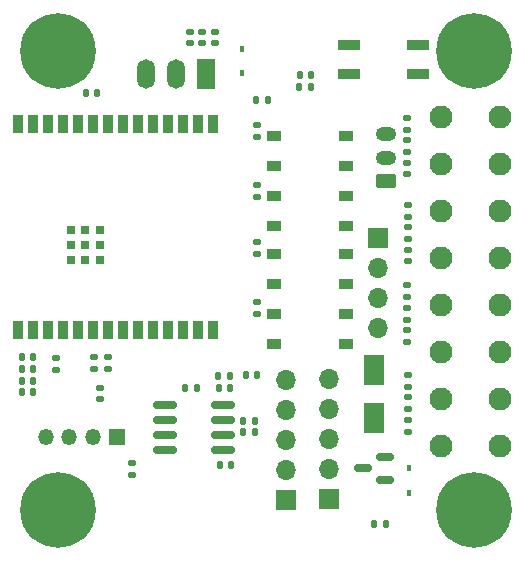
<source format=gts>
G04 #@! TF.GenerationSoftware,KiCad,Pcbnew,(6.0.10)*
G04 #@! TF.CreationDate,2023-07-07T16:54:03+02:00*
G04 #@! TF.ProjectId,SprinklerBoardESP32V3,53707269-6e6b-46c6-9572-426f61726445,rev?*
G04 #@! TF.SameCoordinates,Original*
G04 #@! TF.FileFunction,Soldermask,Top*
G04 #@! TF.FilePolarity,Negative*
%FSLAX46Y46*%
G04 Gerber Fmt 4.6, Leading zero omitted, Abs format (unit mm)*
G04 Created by KiCad (PCBNEW (6.0.10)) date 2023-07-07 16:54:03*
%MOMM*%
%LPD*%
G01*
G04 APERTURE LIST*
G04 Aperture macros list*
%AMRoundRect*
0 Rectangle with rounded corners*
0 $1 Rounding radius*
0 $2 $3 $4 $5 $6 $7 $8 $9 X,Y pos of 4 corners*
0 Add a 4 corners polygon primitive as box body*
4,1,4,$2,$3,$4,$5,$6,$7,$8,$9,$2,$3,0*
0 Add four circle primitives for the rounded corners*
1,1,$1+$1,$2,$3*
1,1,$1+$1,$4,$5*
1,1,$1+$1,$6,$7*
1,1,$1+$1,$8,$9*
0 Add four rect primitives between the rounded corners*
20,1,$1+$1,$2,$3,$4,$5,0*
20,1,$1+$1,$4,$5,$6,$7,0*
20,1,$1+$1,$6,$7,$8,$9,0*
20,1,$1+$1,$8,$9,$2,$3,0*%
G04 Aperture macros list end*
%ADD10RoundRect,0.135000X-0.185000X0.135000X-0.185000X-0.135000X0.185000X-0.135000X0.185000X0.135000X0*%
%ADD11RoundRect,0.140000X-0.170000X0.140000X-0.170000X-0.140000X0.170000X-0.140000X0.170000X0.140000X0*%
%ADD12RoundRect,0.140000X-0.140000X-0.170000X0.140000X-0.170000X0.140000X0.170000X-0.140000X0.170000X0*%
%ADD13C,0.800000*%
%ADD14C,6.400000*%
%ADD15RoundRect,0.140000X0.140000X0.170000X-0.140000X0.170000X-0.140000X-0.170000X0.140000X-0.170000X0*%
%ADD16RoundRect,0.091000X-0.864000X-0.364000X0.864000X-0.364000X0.864000X0.364000X-0.864000X0.364000X0*%
%ADD17O,1.700000X1.700000*%
%ADD18R,1.700000X1.700000*%
%ADD19R,0.450000X0.600000*%
%ADD20RoundRect,0.135000X-0.135000X-0.185000X0.135000X-0.185000X0.135000X0.185000X-0.135000X0.185000X0*%
%ADD21RoundRect,0.147500X0.172500X-0.147500X0.172500X0.147500X-0.172500X0.147500X-0.172500X-0.147500X0*%
%ADD22RoundRect,0.147500X-0.147500X-0.172500X0.147500X-0.172500X0.147500X0.172500X-0.147500X0.172500X0*%
%ADD23RoundRect,0.135000X0.185000X-0.135000X0.185000X0.135000X-0.185000X0.135000X-0.185000X-0.135000X0*%
%ADD24R,0.900000X1.500000*%
%ADD25R,0.800000X0.800000*%
%ADD26RoundRect,0.135000X0.135000X0.185000X-0.135000X0.185000X-0.135000X-0.185000X0.135000X-0.185000X0*%
%ADD27RoundRect,0.140000X0.170000X-0.140000X0.170000X0.140000X-0.170000X0.140000X-0.170000X-0.140000X0*%
%ADD28R,1.800000X2.500000*%
%ADD29R,1.193800X0.812800*%
%ADD30RoundRect,0.150000X0.587500X0.150000X-0.587500X0.150000X-0.587500X-0.150000X0.587500X-0.150000X0*%
%ADD31RoundRect,0.150000X-0.825000X-0.150000X0.825000X-0.150000X0.825000X0.150000X-0.825000X0.150000X0*%
%ADD32C,1.950000*%
%ADD33RoundRect,0.250000X0.625000X-0.350000X0.625000X0.350000X-0.625000X0.350000X-0.625000X-0.350000X0*%
%ADD34O,1.750000X1.200000*%
%ADD35R,1.500000X2.500000*%
%ADD36O,1.500000X2.500000*%
%ADD37R,1.350000X1.350000*%
%ADD38O,1.350000X1.350000*%
G04 APERTURE END LIST*
D10*
X104650000Y-116330000D03*
X104650000Y-117350000D03*
D11*
X86150000Y-85370000D03*
X86150000Y-86330000D03*
D12*
X71920000Y-112950000D03*
X72880000Y-112950000D03*
D13*
X112645942Y-125850016D03*
X110245942Y-128250016D03*
X111942998Y-124152960D03*
D14*
X110245942Y-125850016D03*
D13*
X111942998Y-127547072D03*
X108548886Y-124152960D03*
X110245942Y-123450016D03*
X107845942Y-125850016D03*
X108548886Y-127547072D03*
D15*
X91830000Y-114450000D03*
X90870000Y-114450000D03*
D11*
X78513400Y-115501800D03*
X78513400Y-116461800D03*
D16*
X99632500Y-86525000D03*
X99632500Y-88975000D03*
X105432500Y-88975000D03*
X105432500Y-86525000D03*
D12*
X71920000Y-114916666D03*
X72880000Y-114916666D03*
D17*
X97950000Y-114810000D03*
X97950000Y-117350000D03*
X97950000Y-119890000D03*
X97950000Y-122430000D03*
D18*
X97950000Y-124970000D03*
D19*
X90550000Y-88900000D03*
X90550000Y-86800000D03*
D20*
X91730000Y-91150000D03*
X92750000Y-91150000D03*
D10*
X104650000Y-101925000D03*
X104650000Y-102945000D03*
D20*
X90693000Y-118293200D03*
X91713000Y-118293200D03*
D10*
X78000000Y-112940000D03*
X78000000Y-113960000D03*
D13*
X75000000Y-84600000D03*
X75000000Y-89400000D03*
D14*
X75000000Y-87000000D03*
D13*
X76697056Y-85302944D03*
X76697056Y-88697056D03*
X77400000Y-87000000D03*
X72600000Y-87000000D03*
X73302944Y-85302944D03*
X73302944Y-88697056D03*
D10*
X79200000Y-112940000D03*
X79200000Y-113960000D03*
D21*
X104650000Y-104820000D03*
X104650000Y-103850000D03*
X104550000Y-111635000D03*
X104550000Y-110665000D03*
D11*
X88300000Y-85370000D03*
X88300000Y-86330000D03*
D10*
X104650000Y-100025000D03*
X104650000Y-101045000D03*
D12*
X88614800Y-115575400D03*
X89574800Y-115575400D03*
D19*
X104750000Y-122300000D03*
X104750000Y-124400000D03*
D22*
X95439700Y-89037200D03*
X96409700Y-89037200D03*
D12*
X71920000Y-115900000D03*
X72880000Y-115900000D03*
X88570000Y-114550000D03*
X89530000Y-114550000D03*
D21*
X104650000Y-119235000D03*
X104650000Y-118265000D03*
D18*
X102074900Y-102850000D03*
D17*
X102074900Y-105390000D03*
X102074900Y-107930000D03*
X102074900Y-110470000D03*
D12*
X77370000Y-90550000D03*
X78330000Y-90550000D03*
D23*
X91864400Y-104214000D03*
X91864400Y-103194000D03*
D24*
X71590000Y-110650000D03*
X72860000Y-110650000D03*
X74130000Y-110650000D03*
X75400000Y-110650000D03*
X76670000Y-110650000D03*
X77940000Y-110650000D03*
X79210000Y-110650000D03*
X80480000Y-110650000D03*
X81750000Y-110650000D03*
X83020000Y-110650000D03*
X84290000Y-110650000D03*
X85560000Y-110650000D03*
X86830000Y-110650000D03*
X88100000Y-110650000D03*
X88100000Y-93150000D03*
X86830000Y-93150000D03*
X85560000Y-93150000D03*
X84290000Y-93150000D03*
X83020000Y-93150000D03*
X81750000Y-93150000D03*
X80480000Y-93150000D03*
X79210000Y-93150000D03*
X77940000Y-93150000D03*
X76670000Y-93150000D03*
X75400000Y-93150000D03*
X74130000Y-93150000D03*
X72860000Y-93150000D03*
X71590000Y-93150000D03*
D25*
X77310000Y-103405000D03*
X76060000Y-103405000D03*
X76060000Y-104655000D03*
X77310000Y-104655000D03*
X78560000Y-104655000D03*
X78560000Y-103405000D03*
X78560000Y-102155000D03*
X77310000Y-102155000D03*
X76060000Y-102155000D03*
D26*
X86760000Y-115550000D03*
X85740000Y-115550000D03*
D10*
X104550000Y-106840000D03*
X104550000Y-107860000D03*
D27*
X81250000Y-122880000D03*
X81250000Y-121920000D03*
D23*
X91864400Y-99354000D03*
X91864400Y-98334000D03*
D28*
X101750000Y-118050000D03*
X101750000Y-114050000D03*
D18*
X94325000Y-125000000D03*
D17*
X94325000Y-122460000D03*
X94325000Y-119920000D03*
X94325000Y-117380000D03*
X94325000Y-114840000D03*
D23*
X91864400Y-109304000D03*
X91864400Y-108284000D03*
D15*
X72880000Y-113933333D03*
X71920000Y-113933333D03*
D10*
X74860000Y-113030000D03*
X74860000Y-114050000D03*
D29*
X93250000Y-104186800D03*
X93250000Y-106726800D03*
X93250000Y-109266800D03*
X93250000Y-111806800D03*
X99400000Y-111806800D03*
X99400000Y-109266800D03*
X99400000Y-106726800D03*
X99400000Y-104186800D03*
D30*
X102687500Y-123300000D03*
X102687500Y-121400000D03*
X100812500Y-122350000D03*
D10*
X104550000Y-94540000D03*
X104550000Y-95560000D03*
D29*
X93250000Y-94230000D03*
X93250000Y-96770000D03*
X93250000Y-99310000D03*
X93250000Y-101850000D03*
X99400000Y-101850000D03*
X99400000Y-99310000D03*
X99400000Y-96770000D03*
X99400000Y-94230000D03*
D10*
X104650000Y-114430000D03*
X104650000Y-115450000D03*
X104550000Y-92640000D03*
X104550000Y-93660000D03*
D12*
X88691000Y-122027000D03*
X89651000Y-122027000D03*
D13*
X108552944Y-88697056D03*
X111947056Y-85302944D03*
X111947056Y-88697056D03*
X110250000Y-84600000D03*
X108552944Y-85302944D03*
X107850000Y-87000000D03*
X112650000Y-87000000D03*
X110250000Y-89400000D03*
D14*
X110250000Y-87000000D03*
D23*
X91839400Y-94254000D03*
X91839400Y-93234000D03*
D20*
X90693000Y-119283800D03*
X91713000Y-119283800D03*
D21*
X104550000Y-97435000D03*
X104550000Y-96465000D03*
D10*
X104550000Y-108740000D03*
X104550000Y-109760000D03*
D31*
X84029000Y-116947000D03*
X84029000Y-118217000D03*
X84029000Y-119487000D03*
X84029000Y-120757000D03*
X88979000Y-120757000D03*
X88979000Y-119487000D03*
X88979000Y-118217000D03*
X88979000Y-116947000D03*
D11*
X87200000Y-85370000D03*
X87200000Y-86330000D03*
D26*
X96431300Y-90027800D03*
X95411300Y-90027800D03*
D13*
X72595942Y-125849501D03*
D14*
X74995942Y-125849501D03*
D13*
X74995942Y-128249501D03*
X77395942Y-125849501D03*
X76692998Y-124152445D03*
X76692998Y-127546557D03*
X73298886Y-127546557D03*
X73298886Y-124152445D03*
X74995942Y-123449501D03*
D12*
X101770000Y-127050000D03*
X102730000Y-127050000D03*
D32*
X107457000Y-116466326D03*
X112457000Y-116466326D03*
X107457000Y-92564288D03*
X112457000Y-92564288D03*
X107457000Y-108498980D03*
X112457000Y-108498980D03*
X107457000Y-104515307D03*
X112457000Y-104515307D03*
X107457000Y-112482653D03*
X112457000Y-112482653D03*
D33*
X102800000Y-98050000D03*
D34*
X102800000Y-96050000D03*
X102800000Y-94050000D03*
D32*
X107457000Y-120449999D03*
X112457000Y-120449999D03*
X107457000Y-96547961D03*
X112457000Y-96547961D03*
X107457000Y-100531634D03*
X112457000Y-100531634D03*
D35*
X87552200Y-88935600D03*
D36*
X85012200Y-88935600D03*
X82472200Y-88935600D03*
D37*
X79950000Y-119650000D03*
D38*
X77950000Y-119650000D03*
X75950000Y-119650000D03*
X73950000Y-119650000D03*
M02*

</source>
